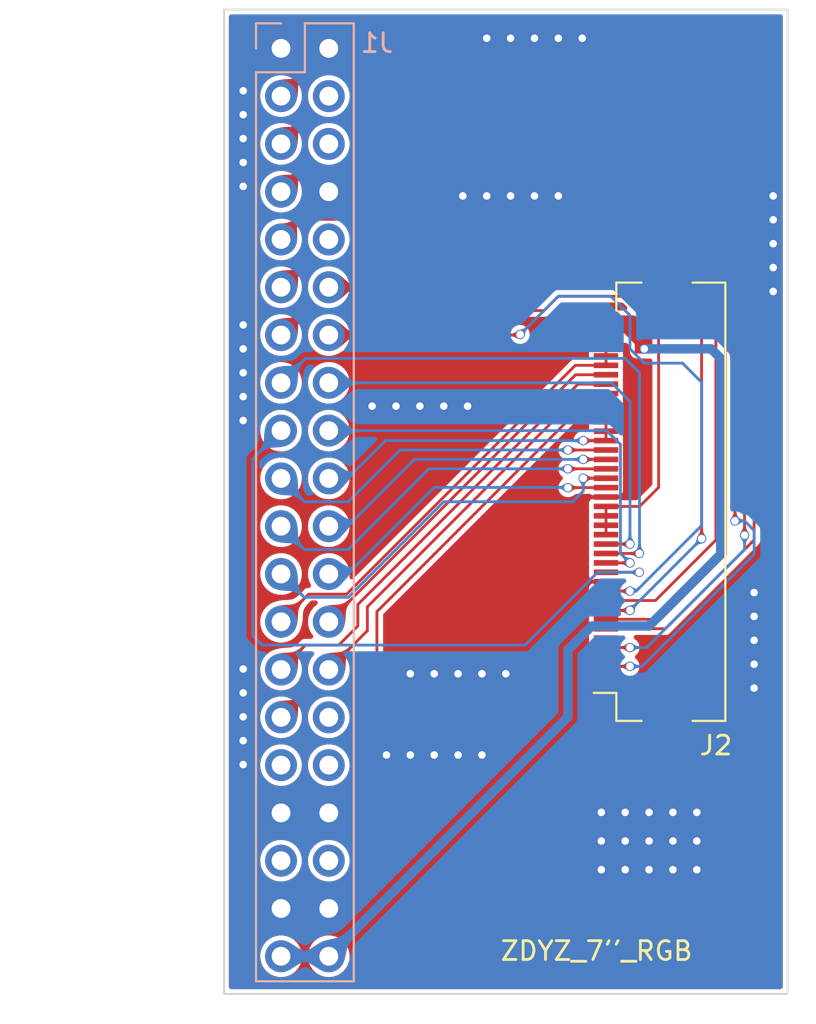
<source format=kicad_pcb>
(kicad_pcb (version 20211014) (generator pcbnew)
  (layers (0 "F.Cu" signal) (31 "B.Cu" signal) (34 "B.Paste" user) (35 "F.Paste" user) (36 "B.SilkS" user "B.Silkscreen") (37 "F.SilkS" user "F.Silkscreen") (38 "B.Mask" user) (39 "F.Mask" user) (44 "Edge.Cuts" user))
  (net 0 "")
  (net 1 "/GND")
  (net 2 "/LCD_BL")
  (net 4 "/TP_SDA")
  (net 6 "/TP_SCL")
  (net 7 "/LCD_DE")
  (net 9 "/LCD_HSYNC")
  (net 10 "/LCD_VSYNC")
  (net 11 "/LCD_B3")
  (net 12 "/LCD_CLK")
  (net 13 "/LCD_B5")
  (net 14 "/LCD_B4")
  (net 15 "/LCD_B7")
  (net 16 "/LCD_B6")
  (net 17 "/LCD_G3")
  (net 18 "/LCD_G2")
  (net 19 "/LCD_G5")
  (net 20 "/LCD_G4")
  (net 21 "/LCD_G6")
  (net 22 "/LCD_G7")
  (net 23 "/LCD_R3")
  (net 24 "/LCD_R4")
  (net 25 "/LCD_R5")
  (net 26 "/LCD_R6")
  (net 27 "/LCD_R7")
  (net 33 "/VCC5V")
  (footprint "Connector_FFC-FPC:Hirose_FH12-40S-0.5SH_1x40-1MP_P0.50mm_Horizontal" (layer "F.Cu") (at 111.826 84.074 90)
    (fp_text reference "J2")
    (fp_text value "Conn_02x20_Counter_Clockwise")
  )
  (footprint "Connector_PinSocket_2.54mm:PinSocket_2x20_P2.54mm_Vertical" (layer "B.Cu") (at 92.69 59.974 180)
    (fp_text reference "J1")
    (fp_text value "ESP32-S3-LCD-EV-BOARD_SUB_LCD_RGB")
  )
  (gr_rect (start 89.662 57.912) (end 119.634 110.236) (layer "Edge.Cuts") (width 0.1) (fill none))
  (gr_text "ZDYZ_7''_RGB" (at 109.474 107.95) (layer "F.SilkS") (effects (font (size 1 1))))
  (segment (start 109.976 88.324) (end 108.272 88.324) (width 0.2) (layer "F.Cu") (net 1))
  (segment (start 109.976 79.324) (end 110.922 79.324) (width 0.2) (layer "F.Cu") (net 1))
  (segment (start 109.976 83.824) (end 108.97 83.824) (width 0.2) (layer "F.Cu") (net 1))
  (segment (start 109.976 79.324) (end 109.144 79.324) (width 0.2) (layer "F.Cu") (net 1))
  (segment (start 108.97 83.824) (end 108.966 83.82) (width 0.2) (layer "F.Cu") (net 1))
  (segment (start 109.976 83.824) (end 110.994 83.824) (width 0.2) (layer "F.Cu") (net 1))
  (via (at 90.678 79.756) (size 0.5) (drill 0.4) (layers "F.Cu" "B.Cu") (net 1))
  (via (at 118.872 67.818) (size 0.5) (drill 0.4) (layers "F.Cu" "B.Cu") (net 1))
  (via (at 113.538 100.584) (size 0.5) (drill 0.4) (layers "F.Cu" "B.Cu") (net 1))
  (via (at 100.838 93.218) (size 0.5) (drill 0.4) (layers "F.Cu" "B.Cu") (net 1))
  (via (at 90.678 75.946) (size 0.5) (drill 0.4) (layers "F.Cu" "B.Cu") (net 1))
  (via (at 103.378 93.218) (size 0.5) (drill 0.4) (layers "F.Cu" "B.Cu") (net 1))
  (via (at 107.442 67.818) (size 0.5) (drill 0.4) (layers "F.Cu" "B.Cu") (net 1))
  (via (at 113.538 102.108) (size 0.5) (drill 0.4) (layers "F.Cu" "B.Cu") (net 1))
  (via (at 90.678 77.216) (size 0.5) (drill 0.4) (layers "F.Cu" "B.Cu") (net 1))
  (via (at 103.378 97.536) (size 0.5) (drill 0.4) (layers "F.Cu" "B.Cu") (net 1))
  (via (at 114.808 103.632) (size 0.5) (drill 0.4) (layers "F.Cu" "B.Cu") (net 1))
  (via (at 90.678 67.31) (size 0.5) (drill 0.4) (layers "F.Cu" "B.Cu") (net 1))
  (via (at 100.076 78.994) (size 0.5) (drill 0.4) (layers "F.Cu" "B.Cu") (net 1))
  (via (at 102.362 67.818) (size 0.5) (drill 0.4) (layers "F.Cu" "B.Cu") (net 1))
  (via (at 98.298 97.536) (size 0.5) (drill 0.4) (layers "F.Cu" "B.Cu") (net 1))
  (via (at 106.172 59.436) (size 0.5) (drill 0.4) (layers "F.Cu" "B.Cu") (net 1))
  (via (at 90.678 96.774) (size 0.5) (drill 0.4) (layers "F.Cu" "B.Cu") (net 1))
  (via (at 90.678 92.964) (size 0.5) (drill 0.4) (layers "F.Cu" "B.Cu") (net 1))
  (via (at 118.872 69.088) (size 0.5) (drill 0.4) (layers "F.Cu" "B.Cu") (net 1))
  (via (at 90.678 74.676) (size 0.5) (drill 0.4) (layers "F.Cu" "B.Cu") (net 1))
  (via (at 108.712 59.436) (size 0.5) (drill 0.4) (layers "F.Cu" "B.Cu") (net 1))
  (via (at 118.872 71.628) (size 0.5) (drill 0.4) (layers "F.Cu" "B.Cu") (net 1))
  (via (at 100.838 97.536) (size 0.5) (drill 0.4) (layers "F.Cu" "B.Cu") (net 1))
  (via (at 90.678 95.504) (size 0.5) (drill 0.4) (layers "F.Cu" "B.Cu") (net 1))
  (via (at 98.806 78.994) (size 0.5) (drill 0.4) (layers "F.Cu" "B.Cu") (net 1))
  (via (at 106.172 67.818) (size 0.5) (drill 0.4) (layers "F.Cu" "B.Cu") (net 1))
  (via (at 117.856 88.9) (size 0.5) (drill 0.4) (layers "F.Cu" "B.Cu") (net 1))
  (via (at 112.268 103.632) (size 0.5) (drill 0.4) (layers "F.Cu" "B.Cu") (net 1))
  (via (at 103.632 59.436) (size 0.5) (drill 0.4) (layers "F.Cu" "B.Cu") (net 1))
  (via (at 104.902 59.436) (size 0.5) (drill 0.4) (layers "F.Cu" "B.Cu") (net 1))
  (via (at 102.616 78.994) (size 0.5) (drill 0.4) (layers "F.Cu" "B.Cu") (net 1))
  (via (at 110.998 100.584) (size 0.5) (drill 0.4) (layers "F.Cu" "B.Cu") (net 1))
  (via (at 112.268 100.584) (size 0.5) (drill 0.4) (layers "F.Cu" "B.Cu") (net 1))
  (via (at 90.678 98.044) (size 0.5) (drill 0.4) (layers "F.Cu" "B.Cu") (net 1))
  (via (at 117.856 90.17) (size 0.5) (drill 0.4) (layers "F.Cu" "B.Cu") (net 1))
  (via (at 118.872 70.358) (size 0.5) (drill 0.4) (layers "F.Cu" "B.Cu") (net 1))
  (via (at 118.872 72.898) (size 0.5) (drill 0.4) (layers "F.Cu" "B.Cu") (net 1))
  (via (at 117.856 91.44) (size 0.5) (drill 0.4) (layers "F.Cu" "B.Cu") (net 1))
  (via (at 112.268 102.108) (size 0.5) (drill 0.4) (layers "F.Cu" "B.Cu") (net 1))
  (via (at 90.678 94.234) (size 0.5) (drill 0.4) (layers "F.Cu" "B.Cu") (net 1))
  (via (at 99.568 93.218) (size 0.5) (drill 0.4) (layers "F.Cu" "B.Cu") (net 1))
  (via (at 90.678 63.5) (size 0.5) (drill 0.4) (layers "F.Cu" "B.Cu") (net 1))
  (via (at 117.856 92.71) (size 0.5) (drill 0.4) (layers "F.Cu" "B.Cu") (net 1))
  (via (at 90.678 66.04) (size 0.5) (drill 0.4) (layers "F.Cu" "B.Cu") (net 1))
  (via (at 114.808 102.108) (size 0.5) (drill 0.4) (layers "F.Cu" "B.Cu") (net 1))
  (via (at 104.648 93.218) (size 0.5) (drill 0.4) (layers "F.Cu" "B.Cu") (net 1))
  (via (at 97.536 78.994) (size 0.5) (drill 0.4) (layers "F.Cu" "B.Cu") (net 1))
  (via (at 102.108 93.218) (size 0.5) (drill 0.4) (layers "F.Cu" "B.Cu") (net 1))
  (via (at 90.678 64.77) (size 0.5) (drill 0.4) (layers "F.Cu" "B.Cu") (net 1))
  (via (at 107.442 59.436) (size 0.5) (drill 0.4) (layers "F.Cu" "B.Cu") (net 1))
  (via (at 110.998 103.632) (size 0.5) (drill 0.4) (layers "F.Cu" "B.Cu") (net 1))
  (via (at 109.728 100.584) (size 0.5) (drill 0.4) (layers "F.Cu" "B.Cu") (net 1))
  (via (at 104.902 67.818) (size 0.5) (drill 0.4) (layers "F.Cu" "B.Cu") (net 1))
  (via (at 90.678 62.23) (size 0.5) (drill 0.4) (layers "F.Cu" "B.Cu") (net 1))
  (via (at 117.856 93.98) (size 0.5) (drill 0.4) (layers "F.Cu" "B.Cu") (net 1))
  (via (at 103.632 67.818) (size 0.5) (drill 0.4) (layers "F.Cu" "B.Cu") (net 1))
  (via (at 110.998 102.108) (size 0.5) (drill 0.4) (layers "F.Cu" "B.Cu") (net 1))
  (via (at 109.728 103.632) (size 0.5) (drill 0.4) (layers "F.Cu" "B.Cu") (net 1))
  (via (at 109.728 102.108) (size 0.5) (drill 0.4) (layers "F.Cu" "B.Cu") (net 1))
  (via (at 113.538 103.632) (size 0.5) (drill 0.4) (layers "F.Cu" "B.Cu") (net 1))
  (via (at 99.568 97.536) (size 0.5) (drill 0.4) (layers "F.Cu" "B.Cu") (net 1))
  (via (at 101.346 78.994) (size 0.5) (drill 0.4) (layers "F.Cu" "B.Cu") (net 1))
  (via (at 90.678 78.486) (size 0.5) (drill 0.4) (layers "F.Cu" "B.Cu") (net 1))
  (via (at 114.808 100.584) (size 0.5) (drill 0.4) (layers "F.Cu" "B.Cu") (net 1))
  (via (at 102.108 97.536) (size 0.5) (drill 0.4) (layers "F.Cu" "B.Cu") (net 1))
  (segment (start 113.138 90.824) (end 109.976 90.824) (width 0.15) (layer "F.Cu") (net 2))
  (segment (start 113.03 61.214) (end 117.856 66.04) (width 0.15) (layer "F.Cu") (net 2))
  (segment (start 117.856 66.04) (end 117.856 86.106) (width 0.15) (layer "F.Cu") (net 2))
  (segment (start 117.856 86.106) (end 113.138 90.824) (width 0.15) (layer "F.Cu") (net 2))
  (segment (start 92.69 62.514) (end 93.99 61.214) (width 0.15) (layer "F.Cu") (net 2))
  (segment (start 93.99 61.214) (end 113.03 61.214) (width 0.15) (layer "F.Cu") (net 2))
  (segment (start 117.094 66.04) (end 117.348 66.294) (width 0.15) (layer "F.Cu") (net 4))
  (segment (start 93.765 63.979) (end 93.765 63.969) (width 0.15) (layer "F.Cu") (net 4))
  (segment (start 109.976 91.824) (end 111.252 91.824) (width 0.15) (layer "F.Cu") (net 4))
  (segment (start 117.348 66.294) (end 117.348 85.852) (width 0.15) (layer "F.Cu") (net 4))
  (segment (start 92.69 65.054) (end 93.765 63.979) (width 0.15) (layer "F.Cu") (net 4))
  (segment (start 93.98 63.754) (end 114.808 63.754) (width 0.15) (layer "F.Cu") (net 4))
  (segment (start 93.765 63.969) (end 93.98 63.754) (width 0.15) (layer "F.Cu") (net 4))
  (segment (start 114.808 63.754) (end 117.094 66.04) (width 0.15) (layer "F.Cu") (net 4))
  (via (at 111.252 91.824) (size 0.5) (drill 0.4) (layers "F.Cu" "B.Cu") (net 4))
  (via (at 117.348 85.852) (size 0.5) (drill 0.4) (layers "F.Cu" "B.Cu") (net 4))
  (segment (start 117.348 86.614) (end 112.138 91.824) (width 0.15) (layer "B.Cu") (net 4))
  (segment (start 117.348 85.852) (end 117.348 86.614) (width 0.15) (layer "B.Cu") (net 4))
  (segment (start 112.138 91.824) (end 111.252 91.824) (width 0.15) (layer "B.Cu") (net 4))
  (segment (start 93.99 66.294) (end 95.504 66.294) (width 0.15) (layer "F.Cu") (net 6))
  (segment (start 95.504 66.294) (end 115.316 66.294) (width 0.15) (layer "F.Cu") (net 6))
  (segment (start 109.976 92.824) (end 111.252 92.824) (width 0.15) (layer "F.Cu") (net 6))
  (segment (start 116.84 67.818) (end 116.84 85.09) (width 0.15) (layer "F.Cu") (net 6))
  (segment (start 115.316 66.294) (end 116.84 67.818) (width 0.15) (layer "F.Cu") (net 6))
  (segment (start 92.69 67.594) (end 93.99 66.294) (width 0.15) (layer "F.Cu") (net 6))
  (via (at 111.252 92.824) (size 0.5) (drill 0.4) (layers "F.Cu" "B.Cu") (net 6))
  (via (at 116.84 85.09) (size 0.5) (drill 0.4) (layers "F.Cu" "B.Cu") (net 6))
  (segment (start 116.84 85.09) (end 117.348 85.09) (width 0.15) (layer "B.Cu") (net 6))
  (segment (start 117.348 85.09) (end 117.856 85.598) (width 0.15) (layer "B.Cu") (net 6))
  (segment (start 117.856 85.598) (end 117.856 86.868) (width 0.15) (layer "B.Cu") (net 6))
  (segment (start 111.9 92.824) (end 111.252 92.824) (width 0.15) (layer "B.Cu") (net 6))
  (segment (start 117.856 86.868) (end 111.9 92.824) (width 0.15) (layer "B.Cu") (net 6))
  (segment (start 114.779 69.059) (end 116.332 70.612) (width 0.15) (layer "F.Cu") (net 7))
  (segment (start 92.69 70.134) (end 93.765 69.059) (width 0.15) (layer "F.Cu") (net 7))
  (segment (start 93.765 69.059) (end 114.779 69.059) (width 0.15) (layer "F.Cu") (net 7))
  (segment (start 116.332 86.868) (end 112.876 90.324) (width 0.15) (layer "F.Cu") (net 7))
  (segment (start 116.332 70.612) (end 116.332 86.868) (width 0.15) (layer "F.Cu") (net 7))
  (segment (start 112.876 90.324) (end 109.976 90.324) (width 0.15) (layer "F.Cu") (net 7))
  (segment (start 93.765 71.599) (end 93.765 71.589) (width 0.15) (layer "F.Cu") (net 9))
  (segment (start 93.98 71.374) (end 104.14 71.374) (width 0.15) (layer "F.Cu") (net 9))
  (segment (start 92.69 72.674) (end 93.765 71.599) (width 0.15) (layer "F.Cu") (net 9))
  (segment (start 104.14 71.374) (end 105.156 70.358) (width 0.15) (layer "F.Cu") (net 9))
  (segment (start 105.156 70.358) (end 114.808 70.358) (width 0.15) (layer "F.Cu") (net 9))
  (segment (start 115.824 86.106) (end 112.606 89.324) (width 0.15) (layer "F.Cu") (net 9))
  (segment (start 114.808 70.358) (end 115.824 71.374) (width 0.15) (layer "F.Cu") (net 9))
  (segment (start 112.606 89.324) (end 109.976 89.324) (width 0.15) (layer "F.Cu") (net 9))
  (segment (start 93.765 71.589) (end 93.98 71.374) (width 0.15) (layer "F.Cu") (net 9))
  (segment (start 115.824 71.374) (end 115.824 86.106) (width 0.15) (layer "F.Cu") (net 9))
  (segment (start 111.252 89.8495) (end 110.0015 89.8495) (width 0.15) (layer "F.Cu") (net 10))
  (segment (start 110.0015 89.8495) (end 109.976 89.824) (width 0.15) (layer "F.Cu") (net 10))
  (segment (start 105.41 70.866) (end 103.602 72.674) (width 0.15) (layer "F.Cu") (net 10))
  (segment (start 115.062 86.0395) (end 115.062 71.374) (width 0.15) (layer "F.Cu") (net 10))
  (segment (start 115.062 71.374) (end 114.554 70.866) (width 0.15) (layer "F.Cu") (net 10))
  (segment (start 103.602 72.674) (end 95.23 72.674) (width 0.15) (layer "F.Cu") (net 10))
  (segment (start 114.554 70.866) (end 105.41 70.866) (width 0.15) (layer "F.Cu") (net 10))
  (via (at 115.062 86.0395) (size 0.5) (drill 0.4) (layers "F.Cu" "B.Cu") (net 10))
  (via (at 111.252 89.8495) (size 0.5) (drill 0.4) (layers "F.Cu" "B.Cu") (net 10))
  (segment (start 115.062 86.0395) (end 111.252 89.8495) (width 0.15) (layer "B.Cu") (net 10))
  (segment (start 112.776 83.312) (end 111.764 84.324) (width 0.15) (layer "F.Cu") (net 11))
  (segment (start 112.776 74.93) (end 112.776 83.312) (width 0.15) (layer "F.Cu") (net 11))
  (segment (start 93.765 74.139) (end 93.765 74.129) (width 0.15) (layer "F.Cu") (net 11))
  (segment (start 93.98 73.914) (end 106.68 73.914) (width 0.15) (layer "F.Cu") (net 11))
  (segment (start 93.765 74.129) (end 93.98 73.914) (width 0.15) (layer "F.Cu") (net 11))
  (segment (start 110.998 73.152) (end 112.776 74.93) (width 0.15) (layer "F.Cu") (net 11))
  (segment (start 109.976 84.324) (end 109.976 85.824) (width 0.15) (layer "F.Cu") (net 11))
  (segment (start 106.68 73.914) (end 107.442 73.152) (width 0.15) (layer "F.Cu") (net 11))
  (segment (start 107.442 73.152) (end 110.998 73.152) (width 0.15) (layer "F.Cu") (net 11))
  (segment (start 92.69 75.214) (end 93.765 74.139) (width 0.15) (layer "F.Cu") (net 11))
  (segment (start 111.764 84.324) (end 109.976 84.324) (width 0.15) (layer "F.Cu") (net 11))
  (segment (start 105.38 75.214) (end 105.41 75.184) (width 0.15) (layer "F.Cu") (net 12))
  (segment (start 95.23 75.214) (end 105.38 75.214) (width 0.15) (layer "F.Cu") (net 12))
  (segment (start 111.252 88.824) (end 109.976 88.824) (width 0.15) (layer "F.Cu") (net 12))
  (via (at 105.41 75.184) (size 0.5) (drill 0.4) (layers "F.Cu" "B.Cu") (net 12))
  (via (at 111.252 88.824) (size 0.5) (drill 0.4) (layers "F.Cu" "B.Cu") (net 12))
  (segment (start 111.252 74.168) (end 111.252 75.946) (width 0.15) (layer "B.Cu") (net 12))
  (segment (start 115.062 77.724) (end 115.062 85.344) (width 0.15) (layer "B.Cu") (net 12))
  (segment (start 107.442 73.152) (end 110.236 73.152) (width 0.15) (layer "B.Cu") (net 12))
  (segment (start 111.582 88.824) (end 111.252 88.824) (width 0.15) (layer "B.Cu") (net 12))
  (segment (start 105.41 75.184) (end 107.442 73.152) (width 0.15) (layer "B.Cu") (net 12))
  (segment (start 115.062 85.344) (end 111.582 88.824) (width 0.15) (layer "B.Cu") (net 12))
  (segment (start 114.046 76.708) (end 115.062 77.724) (width 0.15) (layer "B.Cu") (net 12))
  (segment (start 112.014 76.708) (end 114.046 76.708) (width 0.15) (layer "B.Cu") (net 12))
  (segment (start 111.252 75.946) (end 112.014 76.708) (width 0.15) (layer "B.Cu") (net 12))
  (segment (start 110.236 73.152) (end 111.252 74.168) (width 0.15) (layer "B.Cu") (net 12))
  (segment (start 109.976 86.824) (end 111.752 86.824) (width 0.15) (layer "F.Cu") (net 13))
  (via (at 111.752 86.824) (size 0.5) (drill 0.4) (layers "F.Cu" "B.Cu") (net 13))
  (segment (start 93.99 76.454) (end 110.998 76.454) (width 0.15) (layer "B.Cu") (net 13))
  (segment (start 110.998 76.454) (end 111.76 77.216) (width 0.15) (layer "B.Cu") (net 13))
  (segment (start 111.76 77.216) (end 111.76 86.816) (width 0.15) (layer "B.Cu") (net 13))
  (segment (start 111.76 86.816) (end 111.752 86.824) (width 0.15) (layer "B.Cu") (net 13))
  (segment (start 92.69 77.754) (end 93.99 76.454) (width 0.15) (layer "B.Cu") (net 13))
  (segment (start 109.976 86.324) (end 111.252 86.324) (width 0.15) (layer "F.Cu") (net 14))
  (via (at 111.252 86.324) (size 0.5) (drill 0.4) (layers "F.Cu" "B.Cu") (net 14))
  (segment (start 111.252 78.74) (end 110.266 77.754) (width 0.15) (layer "B.Cu") (net 14))
  (segment (start 110.266 77.754) (end 95.23 77.754) (width 0.15) (layer "B.Cu") (net 14))
  (segment (start 111.252 86.324) (end 111.252 78.74) (width 0.15) (layer "B.Cu") (net 14))
  (segment (start 109.976 87.824) (end 111.752 87.824) (width 0.15) (layer "F.Cu") (net 15))
  (via (at 111.752 87.824) (size 0.5) (drill 0.4) (layers "F.Cu" "B.Cu") (net 15))
  (segment (start 105.664 91.694) (end 109.534 87.824) (width 0.15) (layer "B.Cu") (net 15))
  (segment (start 91.186 91.186) (end 91.694 91.694) (width 0.15) (layer "B.Cu") (net 15))
  (segment (start 109.534 87.824) (end 111.752 87.824) (width 0.15) (layer "B.Cu") (net 15))
  (segment (start 91.694 91.694) (end 105.664 91.694) (width 0.15) (layer "B.Cu") (net 15))
  (segment (start 92.69 80.294) (end 91.186 81.798) (width 0.15) (layer "B.Cu") (net 15))
  (segment (start 91.186 81.798) (end 91.186 91.186) (width 0.15) (layer "B.Cu") (net 15))
  (segment (start 109.976 87.324) (end 111.252 87.324) (width 0.15) (layer "F.Cu") (net 16))
  (via (at 111.252 87.324) (size 0.5) (drill 0.4) (layers "F.Cu" "B.Cu") (net 16))
  (segment (start 110.744 81.026) (end 110.744 86.816) (width 0.15) (layer "B.Cu") (net 16))
  (segment (start 95.23 80.294) (end 110.012 80.294) (width 0.15) (layer "B.Cu") (net 16))
  (segment (start 110.744 86.816) (end 111.252 87.324) (width 0.15) (layer "B.Cu") (net 16))
  (segment (start 110.012 80.294) (end 110.744 81.026) (width 0.15) (layer "B.Cu") (net 16))
  (segment (start 107.95 81.324) (end 109.976 81.324) (width 0.15) (layer "F.Cu") (net 17))
  (via (at 107.95 81.324) (size 0.5) (drill 0.4) (layers "F.Cu" "B.Cu") (net 17))
  (segment (start 92.69 82.834) (end 93.93 84.074) (width 0.15) (layer "B.Cu") (net 17))
  (segment (start 96.266 84.074) (end 99.016 81.324) (width 0.15) (layer "B.Cu") (net 17))
  (segment (start 93.93 84.074) (end 96.266 84.074) (width 0.15) (layer "B.Cu") (net 17))
  (segment (start 99.016 81.324) (end 107.95 81.324) (width 0.15) (layer "B.Cu") (net 17))
  (segment (start 109.976 80.824) (end 108.764 80.824) (width 0.15) (layer "F.Cu") (net 18))
  (segment (start 109.976 79.824) (end 109.976 80.824) (width 0.15) (layer "F.Cu") (net 18))
  (via (at 108.764 80.824) (size 0.5) (drill 0.4) (layers "F.Cu" "B.Cu") (net 18))
  (segment (start 96.236 82.834) (end 95.23 82.834) (width 0.15) (layer "B.Cu") (net 18))
  (segment (start 108.764 80.824) (end 98.246 80.824) (width 0.15) (layer "B.Cu") (net 18))
  (segment (start 98.246 80.824) (end 96.236 82.834) (width 0.15) (layer "B.Cu") (net 18))
  (segment (start 107.95 82.324) (end 109.976 82.324) (width 0.15) (layer "F.Cu") (net 19))
  (via (at 107.95 82.324) (size 0.5) (drill 0.4) (layers "F.Cu" "B.Cu") (net 19))
  (segment (start 100.556 82.324) (end 107.95 82.324) (width 0.15) (layer "B.Cu") (net 19))
  (segment (start 92.69 85.374) (end 93.93 86.614) (width 0.15) (layer "B.Cu") (net 19))
  (segment (start 93.93 86.614) (end 96.266 86.614) (width 0.15) (layer "B.Cu") (net 19))
  (segment (start 96.266 86.614) (end 100.556 82.324) (width 0.15) (layer "B.Cu") (net 19))
  (segment (start 108.764 81.824) (end 109.976 81.824) (width 0.15) (layer "F.Cu") (net 20))
  (via (at 108.764 81.824) (size 0.5) (drill 0.4) (layers "F.Cu" "B.Cu") (net 20))
  (segment (start 99.786 81.824) (end 108.764 81.824) (width 0.15) (layer "B.Cu") (net 20))
  (segment (start 96.236 85.374) (end 99.786 81.824) (width 0.15) (layer "B.Cu") (net 20))
  (segment (start 95.23 85.374) (end 96.236 85.374) (width 0.15) (layer "B.Cu") (net 20))
  (segment (start 108.764 82.824) (end 109.976 82.824) (width 0.15) (layer "F.Cu") (net 21))
  (via (at 108.764 82.824) (size 0.5) (drill 0.4) (layers "F.Cu" "B.Cu") (net 21))
  (segment (start 101.346 84.074) (end 108.204 84.074) (width 0.15) (layer "B.Cu") (net 21))
  (segment (start 93.93 89.154) (end 96.266 89.154) (width 0.15) (layer "B.Cu") (net 21))
  (segment (start 92.69 87.914) (end 93.93 89.154) (width 0.15) (layer "B.Cu") (net 21))
  (segment (start 108.764 83.514) (end 108.764 82.824) (width 0.15) (layer "B.Cu") (net 21))
  (segment (start 108.204 84.074) (end 108.764 83.514) (width 0.15) (layer "B.Cu") (net 21))
  (segment (start 96.266 89.154) (end 101.346 84.074) (width 0.15) (layer "B.Cu") (net 21))
  (segment (start 107.95 83.324) (end 109.976 83.324) (width 0.15) (layer "F.Cu") (net 22))
  (via (at 107.95 83.324) (size 0.5) (drill 0.4) (layers "F.Cu" "B.Cu") (net 22))
  (segment (start 95.23 87.914) (end 96.236 87.914) (width 0.15) (layer "B.Cu") (net 22))
  (segment (start 96.236 87.914) (end 100.838 83.312) (width 0.15) (layer "B.Cu") (net 22))
  (segment (start 100.838 83.312) (end 107.938 83.312) (width 0.15) (layer "B.Cu") (net 22))
  (segment (start 107.938 83.312) (end 107.95 83.324) (width 0.15) (layer "B.Cu") (net 22))
  (segment (start 96.177 88.989) (end 108.342 76.824) (width 0.15) (layer "F.Cu") (net 23))
  (segment (start 109.976 76.824) (end 109.976 75.324) (width 0.15) (layer "F.Cu") (net 23))
  (segment (start 94.155 88.989) (end 96.177 88.989) (width 0.15) (layer "F.Cu") (net 23))
  (segment (start 108.342 76.824) (end 109.976 76.824) (width 0.15) (layer "F.Cu") (net 23))
  (segment (start 92.69 90.454) (end 94.155 88.989) (width 0.15) (layer "F.Cu") (net 23))
  (segment (start 108.36 77.324) (end 109.976 77.324) (width 0.15) (layer "F.Cu") (net 24))
  (segment (start 95.23 90.454) (end 108.36 77.324) (width 0.15) (layer "F.Cu") (net 24))
  (segment (start 93.98 91.694) (end 93.98 91.704) (width 0.15) (layer "F.Cu") (net 25))
  (segment (start 108.485 77.824) (end 96.774 89.535) (width 0.15) (layer "F.Cu") (net 25))
  (segment (start 96.774 89.535) (end 96.774 90.678) (width 0.15) (layer "F.Cu") (net 25))
  (segment (start 95.758 91.694) (end 93.98 91.694) (width 0.15) (layer "F.Cu") (net 25))
  (segment (start 93.98 91.704) (end 92.69 92.994) (width 0.15) (layer "F.Cu") (net 25))
  (segment (start 109.976 77.824) (end 108.485 77.824) (width 0.15) (layer "F.Cu") (net 25))
  (segment (start 96.774 90.678) (end 95.758 91.694) (width 0.15) (layer "F.Cu") (net 25))
  (segment (start 97.282 90.932) (end 95.23 92.984) (width 0.15) (layer "F.Cu") (net 26))
  (segment (start 95.23 92.984) (end 95.23 92.994) (width 0.15) (layer "F.Cu") (net 26))
  (segment (start 108.62 78.324) (end 97.282 89.662) (width 0.15) (layer "F.Cu") (net 26))
  (segment (start 97.282 89.662) (end 97.282 90.932) (width 0.15) (layer "F.Cu") (net 26))
  (segment (start 109.976 78.324) (end 108.62 78.324) (width 0.15) (layer "F.Cu") (net 26))
  (segment (start 97.79 92.456) (end 96.012 94.234) (width 0.15) (layer "F.Cu") (net 27))
  (segment (start 93.99 94.234) (end 92.69 95.534) (width 0.15) (layer "F.Cu") (net 27))
  (segment (start 96.012 94.234) (end 93.99 94.234) (width 0.15) (layer "F.Cu") (net 27))
  (segment (start 108.882 78.824) (end 97.79 89.916) (width 0.15) (layer "F.Cu") (net 27))
  (segment (start 109.976 78.824) (end 108.882 78.824) (width 0.15) (layer "F.Cu") (net 27))
  (segment (start 97.79 89.916) (end 97.79 92.456) (width 0.15) (layer "F.Cu") (net 27))
  (via (at 112.014 75.946) (size 0.5) (drill 0.4) (layers "F.Cu" "B.Cu") (net 33))
  (segment (start 109.22 90.678) (end 107.95 91.948) (width 0.5) (layer "B.Cu") (net 33))
  (segment (start 116.078 86.868) (end 112.268 90.678) (width 0.5) (layer "B.Cu") (net 33))
  (segment (start 107.95 95.514) (end 95.23 108.234) (width 0.5) (layer "B.Cu") (net 33))
  (segment (start 112.268 90.678) (end 109.22 90.678) (width 0.5) (layer "B.Cu") (net 33))
  (segment (start 112.014 75.946) (end 115.57 75.946) (width 0.5) (layer "B.Cu") (net 33))
  (segment (start 107.95 91.948) (end 107.95 95.514) (width 0.5) (layer "B.Cu") (net 33))
  (segment (start 116.078 76.454) (end 116.078 86.868) (width 0.5) (layer "B.Cu") (net 33))
  (segment (start 92.69 108.234) (end 95.23 108.234) (width 0.5) (layer "B.Cu") (net 33))
  (segment (start 115.57 75.946) (end 116.078 76.454) (width 0.5) (layer "B.Cu") (net 33))
  (zone (net 17) (net_name "/LCD_G3") (layer "F.Cu") (priority 16962) (connect_pads yes (clearance 0)) (min_thickness 0.0254) (fill yes (thermal_gap 0.508) (thermal_bridge_width 0.508))
    (polygon (pts (xy 108.44 81.249) (xy 108.383842 81.246865) (xy 108.336913 81.240743) (xy 108.297257 81.231057) (xy 108.262916 81.218231) (xy 108.231936 81.202686) (xy 108.20236 81.184846) (xy 108.172231 81.165134) (xy 108.139594 81.143974) (xy 108.102493 81.121788) (xy 108.058972 81.099) (xy 107.825 81.324) (xy 108.058972 81.549) (xy 108.102493 81.526211) (xy 108.139594 81.504025) (xy 108.172231 81.482865) (xy 108.20236 81.463153) (xy 108.231936 81.445313) (xy 108.262916 81.429768) (xy 108.297257 81.416942) (xy 108.336913 81.407256) (xy 108.383842 81.401134) (xy 108.44 81.399)))
  )
  (zone (net 27) (net_name "/LCD_R7") (layer "F.Cu") (priority 16962) (connect_pads yes (clearance 0)) (min_thickness 0.0254) (fill yes (thermal_gap 0.508) (thermal_bridge_width 0.508))
    (polygon (pts (xy 93.831976 94.285958) (xy 93.681169 94.420474) (xy 93.542154 94.513522) (xy 93.411234 94.573152) (xy 93.284714 94.607414) (xy 93.158898 94.624359) (xy 93.030092 94.632037) (xy 92.8946 94.638497) (xy 92.748726 94.65179) (xy 92.588774 94.679966) (xy 92.411051 94.731076) (xy 92.38948 95.83452) (xy 93.492924 95.812949) (xy 93.544033 95.635225) (xy 93.572209 95.475273) (xy 93.585502 95.329399) (xy 93.591962 95.193907) (xy 93.59964 95.065101) (xy 93.616585 94.939285) (xy 93.650847 94.812765) (xy 93.710477 94.681845) (xy 93.803525 94.54283) (xy 93.938042 94.392024)))
  )
  (zone (net 19) (net_name "/LCD_G5") (layer "F.Cu") (priority 16962) (connect_pads yes (clearance 0)) (min_thickness 0.0254) (fill yes (thermal_gap 0.508) (thermal_bridge_width 0.508))
    (polygon (pts (xy 108.44 82.249) (xy 108.383842 82.246865) (xy 108.336913 82.240743) (xy 108.297257 82.231057) (xy 108.262916 82.218231) (xy 108.231936 82.202686) (xy 108.20236 82.184846) (xy 108.172231 82.165134) (xy 108.139594 82.143974) (xy 108.102493 82.121788) (xy 108.058972 82.099) (xy 107.825 82.324) (xy 108.058972 82.549) (xy 108.102493 82.526211) (xy 108.139594 82.504025) (xy 108.172231 82.482865) (xy 108.20236 82.463153) (xy 108.231936 82.445313) (xy 108.262916 82.429768) (xy 108.297257 82.416942) (xy 108.336913 82.407256) (xy 108.383842 82.401134) (xy 108.44 82.399)))
  )
  (zone (net 1) (net_name "/GND") (layer "F.Cu") (connect_pads yes (clearance 0.254)) (min_thickness 0.254) (fill yes (thermal_gap 0.508) (thermal_bridge_width 0.508))
    (polygon (pts (xy 121.158 110.998) (xy 86.614 110.998) (xy 86.614 57.404) (xy 121.158 57.404)))
  )
  (zone (net 18) (net_name "/LCD_G2") (layer "F.Cu") (priority 16962) (connect_pads yes (clearance 0)) (min_thickness 0.0254) (fill yes (thermal_gap 0.508) (thermal_bridge_width 0.508))
    (polygon (pts (xy 109.254 80.749) (xy 109.197842 80.746865) (xy 109.150913 80.740743) (xy 109.111257 80.731057) (xy 109.076916 80.718231) (xy 109.045936 80.702686) (xy 109.01636 80.684846) (xy 108.986231 80.665134) (xy 108.953594 80.643974) (xy 108.916493 80.621788) (xy 108.872972 80.599) (xy 108.639 80.824) (xy 108.872972 81.049) (xy 108.916493 81.026211) (xy 108.953594 81.004025) (xy 108.986231 80.982865) (xy 109.01636 80.963153) (xy 109.045936 80.945313) (xy 109.076916 80.929768) (xy 109.111257 80.916942) (xy 109.150913 80.907256) (xy 109.197842 80.901134) (xy 109.254 80.899)))
  )
  (zone (net 24) (net_name "/LCD_R4") (layer "F.Cu") (priority 16962) (connect_pads yes (clearance 0)) (min_thickness 0.0254) (fill yes (thermal_gap 0.508) (thermal_bridge_width 0.508))
    (polygon (pts (xy 96.371976 89.205958) (xy 96.221169 89.340474) (xy 96.082154 89.433522) (xy 95.951234 89.493152) (xy 95.824714 89.527414) (xy 95.698898 89.544359) (xy 95.570092 89.552037) (xy 95.4346 89.558497) (xy 95.288726 89.57179) (xy 95.128774 89.599966) (xy 94.951051 89.651076) (xy 94.92948 90.75452) (xy 96.032924 90.732949) (xy 96.084033 90.555225) (xy 96.112209 90.395273) (xy 96.125502 90.249399) (xy 96.131962 90.113907) (xy 96.13964 89.985101) (xy 96.156585 89.859285) (xy 96.190847 89.732765) (xy 96.250477 89.601845) (xy 96.343525 89.46283) (xy 96.478042 89.312024)))
  )
  (zone (net 4) (net_name "/TP_SDA") (layer "F.Cu") (priority 16962) (connect_pads yes (clearance 0)) (min_thickness 0.0254) (fill yes (thermal_gap 0.508) (thermal_bridge_width 0.508))
    (polygon (pts (xy 117.273 85.362) (xy 117.270865 85.418157) (xy 117.264743 85.465086) (xy 117.255057 85.504742) (xy 117.242231 85.539083) (xy 117.226686 85.570063) (xy 117.208846 85.599639) (xy 117.189134 85.629768) (xy 117.167974 85.662405) (xy 117.145788 85.699506) (xy 117.123 85.743028) (xy 117.348 85.977) (xy 117.573 85.743028) (xy 117.550211 85.699506) (xy 117.528025 85.662405) (xy 117.506865 85.629768) (xy 117.487153 85.599639) (xy 117.469313 85.570063) (xy 117.453768 85.539083) (xy 117.440942 85.504742) (xy 117.431256 85.465086) (xy 117.425134 85.418157) (xy 117.423 85.362)))
  )
  (zone (net 26) (net_name "/LCD_R6") (layer "F.Cu") (priority 16962) (connect_pads yes (clearance 0)) (min_thickness 0.0254) (fill yes (thermal_gap 0.508) (thermal_bridge_width 0.508))
    (polygon (pts (xy 96.371976 91.735958) (xy 96.220178 91.871507) (xy 96.080315 91.965534) (xy 95.948665 92.026126) (xy 95.821505 92.06137) (xy 95.695112 92.079354) (xy 95.565764 92.088166) (xy 95.429737 92.095892) (xy 95.283309 92.11062) (xy 95.122757 92.140438) (xy 94.944359 92.193433) (xy 94.931999 93.297018) (xy 96.035224 93.266237) (xy 96.085058 93.087757) (xy 96.112311 92.927217) (xy 96.124987 92.780894) (xy 96.131093 92.645065) (xy 96.138633 92.516009) (xy 96.155613 92.390003) (xy 96.190038 92.263324) (xy 96.249914 92.132249) (xy 96.343247 91.993056) (xy 96.478042 91.842024)))
  )
  (zone (net 7) (net_name "/LCD_DE") (layer "F.Cu") (priority 16962) (connect_pads yes (clearance 0)) (min_thickness 0.0254) (fill yes (thermal_gap 0.508) (thermal_bridge_width 0.508))
    (polygon (pts (xy 93.94472 68.984) (xy 93.768348 68.9924) (xy 93.621665 69.0152) (xy 93.497778 69.048799) (xy 93.389797 69.0896) (xy 93.29083 69.134) (xy 93.193985 69.1784) (xy 93.092371 69.2192) (xy 92.979096 69.2528) (xy 92.84727 69.2756) (xy 92.69 69.284) (xy 92.38948 70.43452) (xy 93.492924 70.412949) (xy 93.535415 70.238536) (xy 93.550896 70.060913) (xy 93.549719 69.885159) (xy 93.542238 69.716356) (xy 93.538805 69.559583) (xy 93.549774 69.419921) (xy 93.585497 69.302451) (xy 93.656326 69.212254) (xy 93.772616 69.15441) (xy 93.94472 69.134)))
  )
  (zone (net 12) (net_name "/LCD_CLK") (layer "F.Cu") (priority 16962) (connect_pads yes (clearance 0)) (min_thickness 0.0254) (fill yes (thermal_gap 0.508) (thermal_bridge_width 0.508))
    (polygon (pts (xy 110.762 88.899) (xy 110.818157 88.901134) (xy 110.865086 88.907256) (xy 110.904742 88.916942) (xy 110.939083 88.929768) (xy 110.970063 88.945313) (xy 110.999639 88.963153) (xy 111.029768 88.982865) (xy 111.062405 89.004025) (xy 111.099506 89.026211) (xy 111.143028 89.049) (xy 111.377 88.824) (xy 111.143028 88.599) (xy 111.099506 88.621788) (xy 111.062405 88.643974) (xy 111.029768 88.665134) (xy 110.999639 88.684846) (xy 110.970063 88.702686) (xy 110.939083 88.718231) (xy 110.904742 88.731057) (xy 110.865086 88.740743) (xy 110.818157 88.746865) (xy 110.762 88.749)))
  )
  (zone (net 16) (net_name "/LCD_B6") (layer "F.Cu") (priority 16962) (connect_pads yes (clearance 0)) (min_thickness 0.0254) (fill yes (thermal_gap 0.508) (thermal_bridge_width 0.508))
    (polygon (pts (xy 110.762 87.399) (xy 110.818157 87.401134) (xy 110.865086 87.407256) (xy 110.904742 87.416942) (xy 110.939083 87.429768) (xy 110.970063 87.445313) (xy 110.999639 87.463153) (xy 111.029768 87.482865) (xy 111.062405 87.504025) (xy 111.099506 87.526211) (xy 111.143028 87.549) (xy 111.377 87.324) (xy 111.143028 87.099) (xy 111.099506 87.121788) (xy 111.062405 87.143974) (xy 111.029768 87.165134) (xy 110.999639 87.184846) (xy 110.970063 87.202686) (xy 110.939083 87.218231) (xy 110.904742 87.231057) (xy 110.865086 87.240743) (xy 110.818157 87.246865) (xy 110.762 87.249)))
  )
  (zone (net 12) (net_name "/LCD_CLK") (layer "F.Cu") (priority 16962) (connect_pads yes (clearance 0)) (min_thickness 0.0254) (fill yes (thermal_gap 0.508) (thermal_bridge_width 0.508))
    (polygon (pts (xy 104.91 75.289) (xy 104.970228 75.291025) (xy 105.020706 75.296786) (xy 105.063561 75.305808) (xy 105.100916 75.317615) (xy 105.134899 75.331734) (xy 105.167634 75.347689) (xy 105.201248 75.365006) (xy 105.237864 75.38321) (xy 105.279611 75.401826) (xy 105.328612 75.42038) (xy 105.534109 75.169107) (xy 105.274997 74.973587) (xy 105.235062 75.000754) (xy 105.200766 75.026403) (xy 105.170281 75.050215) (xy 105.141779 75.071877) (xy 105.11343 75.091071) (xy 105.083407 75.107484) (xy 105.04988 75.120799) (xy 105.011023 75.1307) (xy 104.965005 75.136872) (xy 104.91 75.139)))
  )
  (zone (net 6) (net_name "/TP_SCL") (layer "F.Cu") (priority 16962) (connect_pads yes (clearance 0)) (min_thickness 0.0254) (fill yes (thermal_gap 0.508) (thermal_bridge_width 0.508))
    (polygon (pts (xy 93.831976 66.345958) (xy 93.681169 66.480474) (xy 93.542154 66.573522) (xy 93.411234 66.633152) (xy 93.284714 66.667414) (xy 93.158898 66.684359) (xy 93.030092 66.692037) (xy 92.8946 66.698497) (xy 92.748726 66.71179) (xy 92.588774 66.739966) (xy 92.411051 66.791076) (xy 92.38948 67.89452) (xy 93.492924 67.872949) (xy 93.544033 67.695225) (xy 93.572209 67.535273) (xy 93.585502 67.389399) (xy 93.591962 67.253907) (xy 93.59964 67.125101) (xy 93.616585 66.999285) (xy 93.650847 66.872765) (xy 93.710477 66.741845) (xy 93.803525 66.60283) (xy 93.938042 66.452024)))
  )
  (zone (net 9) (net_name "/LCD_HSYNC") (layer "F.Cu") (priority 16962) (connect_pads yes (clearance 0)) (min_thickness 0.0254) (fill yes (thermal_gap 0.508) (thermal_bridge_width 0.508))
    (polygon (pts (xy 93.831977 71.415957) (xy 93.680945 71.551) (xy 93.541866 71.644929) (xy 93.411004 71.705699) (xy 93.284619 71.741268) (xy 93.158975 71.759594) (xy 93.030334 71.768633) (xy 92.894958 71.776344) (xy 92.749111 71.790683) (xy 92.589054 71.819608) (xy 92.411051 71.871076) (xy 92.38948 72.97452) (xy 93.492924 72.952949) (xy 93.544281 72.77406) (xy 93.572421 72.613016) (xy 93.585479 72.466107) (xy 93.591593 72.329624) (xy 93.598897 72.19986) (xy 93.615529 72.073107) (xy 93.649623 71.945654) (xy 93.709316 71.813795) (xy 93.802744 71.673821) (xy 93.938043 71.522023)))
  )
  (zone (net 12) (net_name "/LCD_CLK") (layer "F.Cu") (priority 16962) (connect_pads yes (clearance 0)) (min_thickness 0.0254) (fill yes (thermal_gap 0.508) (thermal_bridge_width 0.508))
    (polygon (pts (xy 96.92 75.139) (xy 96.718246 75.127481) (xy 96.554152 75.094977) (xy 96.419412 75.044567) (xy 96.305722 74.979331) (xy 96.204775 74.902348) (xy 96.108266 74.816697) (xy 96.00789 74.725458) (xy 95.895342 74.631709) (xy 95.762315 74.538529) (xy 95.600506 74.449) (xy 94.805 75.214) (xy 95.600506 75.979) (xy 95.762315 75.88947) (xy 95.895342 75.79629) (xy 96.00789 75.702541) (xy 96.108266 75.611302) (xy 96.204775 75.525651) (xy 96.305722 75.448668) (xy 96.419412 75.383432) (xy 96.554152 75.333022) (xy 96.718246 75.300518) (xy 96.92 75.289)))
  )
  (zone (net 21) (net_name "/LCD_G6") (layer "F.Cu") (priority 16962) (connect_pads yes (clearance 0)) (min_thickness 0.0254) (fill yes (thermal_gap 0.508) (thermal_bridge_width 0.508))
    (polygon (pts (xy 109.254 82.749) (xy 109.197842 82.746865) (xy 109.150913 82.740743) (xy 109.111257 82.731057) (xy 109.076916 82.718231) (xy 109.045936 82.702686) (xy 109.01636 82.684846) (xy 108.986231 82.665134) (xy 108.953594 82.643974) (xy 108.916493 82.621788) (xy 108.872972 82.599) (xy 108.639 82.824) (xy 108.872972 83.049) (xy 108.916493 83.026211) (xy 108.953594 83.004025) (xy 108.986231 82.982865) (xy 109.01636 82.963153) (xy 109.045936 82.945313) (xy 109.076916 82.929768) (xy 109.111257 82.916942) (xy 109.150913 82.907256) (xy 109.197842 82.901134) (xy 109.254 82.899)))
  )
  (zone (net 25) (net_name "/LCD_R5") (layer "F.Cu") (priority 16962) (connect_pads yes (clearance 0)) (min_thickness 0.0254) (fill yes (thermal_gap 0.508) (thermal_bridge_width 0.508))
    (polygon (pts (xy 93.831976 91.745958) (xy 93.681169 91.880474) (xy 93.542154 91.973522) (xy 93.411234 92.033152) (xy 93.284714 92.067414) (xy 93.158898 92.084359) (xy 93.030092 92.092037) (xy 92.8946 92.098497) (xy 92.748726 92.11179) (xy 92.588774 92.139966) (xy 92.411051 92.191076) (xy 92.38948 93.29452) (xy 93.492924 93.272949) (xy 93.544033 93.095225) (xy 93.572209 92.935273) (xy 93.585502 92.789399) (xy 93.591962 92.653907) (xy 93.59964 92.525101) (xy 93.616585 92.399285) (xy 93.650847 92.272765) (xy 93.710477 92.141845) (xy 93.803525 92.00283) (xy 93.938042 91.852024)))
  )
  (zone (net 6) (net_name "/TP_SCL") (layer "F.Cu") (priority 16962) (connect_pads yes (clearance 0)) (min_thickness 0.0254) (fill yes (thermal_gap 0.508) (thermal_bridge_width 0.508))
    (polygon (pts (xy 110.762 92.899) (xy 110.818157 92.901134) (xy 110.865086 92.907256) (xy 110.904742 92.916942) (xy 110.939083 92.929768) (xy 110.970063 92.945313) (xy 110.999639 92.963153) (xy 111.029768 92.982865) (xy 111.062405 93.004025) (xy 111.099506 93.026211) (xy 111.143028 93.049) (xy 111.377 92.824) (xy 111.143028 92.599) (xy 111.099506 92.621788) (xy 111.062405 92.643974) (xy 111.029768 92.665134) (xy 110.999639 92.684846) (xy 110.970063 92.702686) (xy 110.939083 92.718231) (xy 110.904742 92.731057) (xy 110.865086 92.740743) (xy 110.818157 92.746865) (xy 110.762 92.749)))
  )
  (zone (net 6) (net_name "/TP_SCL") (layer "F.Cu") (priority 16962) (connect_pads yes (clearance 0)) (min_thickness 0.0254) (fill yes (thermal_gap 0.508) (thermal_bridge_width 0.508))
    (polygon (pts (xy 116.765 84.6) (xy 116.762865 84.656157) (xy 116.756743 84.703086) (xy 116.747057 84.742742) (xy 116.734231 84.777083) (xy 116.718686 84.808063) (xy 116.700846 84.837639) (xy 116.681134 84.867768) (xy 116.659974 84.900405) (xy 116.637788 84.937506) (xy 116.615 84.981028) (xy 116.84 85.215) (xy 117.065 84.981028) (xy 117.042211 84.937506) (xy 117.020025 84.900405) (xy 116.998865 84.867768) (xy 116.979153 84.837639) (xy 116.961313 84.808063) (xy 116.945768 84.777083) (xy 116.932942 84.742742) (xy 116.923256 84.703086) (xy 116.917134 84.656157) (xy 116.915 84.6)))
  )
  (zone (net 4) (net_name "/TP_SDA") (layer "F.Cu") (priority 16962) (connect_pads yes (clearance 0)) (min_thickness 0.0254) (fill yes (thermal_gap 0.508) (thermal_bridge_width 0.508))
    (polygon (pts (xy 93.831977 63.795957) (xy 93.680945 63.931) (xy 93.541866 64.024929) (xy 93.411004 64.085699) (xy 93.284619 64.121268) (xy 93.158975 64.139594) (xy 93.030334 64.148633) (xy 92.894958 64.156344) (xy 92.749111 64.170683) (xy 92.589054 64.199608) (xy 92.411051 64.251076) (xy 92.38948 65.35452) (xy 93.492924 65.332949) (xy 93.544281 65.15406) (xy 93.572421 64.993016) (xy 93.585479 64.846107) (xy 93.591593 64.709624) (xy 93.598897 64.57986) (xy 93.615529 64.453107) (xy 93.649623 64.325654) (xy 93.709316 64.193795) (xy 93.802744 64.053821) (xy 93.938043 63.902023)))
  )
  (zone (net 11) (net_name "/LCD_B3") (layer "F.Cu") (priority 16962) (connect_pads yes (clearance 0)) (min_thickness 0.0254) (fill yes (thermal_gap 0.508) (thermal_bridge_width 0.508))
    (polygon (pts (xy 93.831977 73.955957) (xy 93.680945 74.091) (xy 93.541866 74.184929) (xy 93.411004 74.245699) (xy 93.284619 74.281268) (xy 93.158975 74.299594) (xy 93.030334 74.308633) (xy 92.894958 74.316344) (xy 92.749111 74.330683) (xy 92.589054 74.359608) (xy 92.411051 74.411076) (xy 92.38948 75.51452) (xy 93.492924 75.492949) (xy 93.544281 75.31406) (xy 93.572421 75.153016) (xy 93.585479 75.006107) (xy 93.591593 74.869624) (xy 93.598897 74.73986) (xy 93.615529 74.613107) (xy 93.649623 74.485654) (xy 93.709316 74.353795) (xy 93.802744 74.213821) (xy 93.938043 74.062023)))
  )
  (zone (net 33) (net_name "/VCC5V") (layer "F.Cu") (priority 1) (connect_pads yes (clearance 0.254)) (min_thickness 0.254) (fill yes (thermal_gap 0.508) (thermal_bridge_width 0.508))
    (polygon (pts (xy 112.522 75.184) (xy 112.522 76.2) (xy 111.506 76.2) (xy 111.506 75.692) (xy 110.744 74.93) (xy 109.22 74.93) (xy 109.22 74.168) (xy 111.506 74.168)))
  )
  (zone (net 23) (net_name "/LCD_R3") (layer "F.Cu") (priority 16962) (connect_pads yes (clearance 0)) (min_thickness 0.0254) (fill yes (thermal_gap 0.508) (thermal_bridge_width 0.508))
    (polygon (pts (xy 93.831976 89.205958) (xy 93.681169 89.340474) (xy 93.542154 89.433522) (xy 93.411234 89.493152) (xy 93.284714 89.527414) (xy 93.158898 89.544359) (xy 93.030092 89.552037) (xy 92.8946 89.558497) (xy 92.748726 89.57179) (xy 92.588774 89.599966) (xy 92.411051 89.651076) (xy 92.38948 90.75452) (xy 93.492924 90.732949) (xy 93.544033 90.555225) (xy 93.572209 90.395273) (xy 93.585502 90.249399) (xy 93.591962 90.113907) (xy 93.59964 89.985101) (xy 93.616585 89.859285) (xy 93.650847 89.732765) (xy 93.710477 89.601845) (xy 93.803525 89.46283) (xy 93.938042 89.312024)))
  )
  (zone (net 2) (net_name "/LCD_BL") (layer "F.Cu") (priority 16962) (connect_pads yes (clearance 0)) (min_thickness 0.0254) (fill yes (thermal_gap 0.508) (thermal_bridge_width 0.508))
    (polygon (pts (xy 93.831976 61.265958) (xy 93.681169 61.400474) (xy 93.542154 61.493522) (xy 93.411234 61.553152) (xy 93.284714 61.587414) (xy 93.158898 61.604359) (xy 93.030092 61.612037) (xy 92.8946 61.618497) (xy 92.748726 61.63179) (xy 92.588774 61.659966) (xy 92.411051 61.711076) (xy 92.38948 62.81452) (xy 93.492924 62.792949) (xy 93.544033 62.615225) (xy 93.572209 62.455273) (xy 93.585502 62.309399) (xy 93.591962 62.173907) (xy 93.59964 62.045101) (xy 93.616585 61.919285) (xy 93.650847 61.792765) (xy 93.710477 61.661845) (xy 93.803525 61.52283) (xy 93.938042 61.372024)))
  )
  (zone (net 14) (net_name "/LCD_B4") (layer "F.Cu") (priority 16962) (connect_pads yes (clearance 0)) (min_thickness 0.0254) (fill yes (thermal_gap 0.508) (thermal_bridge_width 0.508))
    (polygon (pts (xy 110.762 86.399) (xy 110.818157 86.401134) (xy 110.865086 86.407256) (xy 110.904742 86.416942) (xy 110.939083 86.429768) (xy 110.970063 86.445313) (xy 110.999639 86.463153) (xy 111.029768 86.482865) (xy 111.062405 86.504025) (xy 111.099506 86.526211) (xy 111.143028 86.549) (xy 111.377 86.324) (xy 111.143028 86.099) (xy 111.099506 86.121788) (xy 111.062405 86.143974) (xy 111.029768 86.165134) (xy 110.999639 86.184846) (xy 110.970063 86.202686) (xy 110.939083 86.218231) (xy 110.904742 86.231057) (xy 110.865086 86.240743) (xy 110.818157 86.246865) (xy 110.762 86.249)))
  )
  (zone (net 20) (net_name "/LCD_G4") (layer "F.Cu") (priority 16962) (connect_pads yes (clearance 0)) (min_thickness 0.0254) (fill yes (thermal_gap 0.508) (thermal_bridge_width 0.508))
    (polygon (pts (xy 109.254 81.749) (xy 109.197842 81.746865) (xy 109.150913 81.740743) (xy 109.111257 81.731057) (xy 109.076916 81.718231) (xy 109.045936 81.702686) (xy 109.01636 81.684846) (xy 108.986231 81.665134) (xy 108.953594 81.643974) (xy 108.916493 81.621788) (xy 108.872972 81.599) (xy 108.639 81.824) (xy 108.872972 82.049) (xy 108.916493 82.026211) (xy 108.953594 82.004025) (xy 108.986231 81.982865) (xy 109.01636 81.963153) (xy 109.045936 81.945313) (xy 109.076916 81.929768) (xy 109.111257 81.916942) (xy 109.150913 81.907256) (xy 109.197842 81.901134) (xy 109.254 81.899)))
  )
  (zone (net 10) (net_name "/LCD_VSYNC") (layer "F.Cu") (priority 16962) (connect_pads yes (clearance 0)) (min_thickness 0.0254) (fill yes (thermal_gap 0.508) (thermal_bridge_width 0.508))
    (polygon (pts (xy 110.762 89.9245) (xy 110.818157 89.926634) (xy 110.865086 89.932756) (xy 110.904742 89.942442) (xy 110.939083 89.955268) (xy 110.970063 89.970813) (xy 110.999639 89.988653) (xy 111.029768 90.008365) (xy 111.062405 90.029525) (xy 111.099506 90.051711) (xy 111.143028 90.0745) (xy 111.377 89.8495) (xy 111.143028 89.6245) (xy 111.099506 89.647288) (xy 111.062405 89.669474) (xy 111.029768 89.690634) (xy 110.999639 89.710346) (xy 110.970063 89.728186) (xy 110.939083 89.743731) (xy 110.904742 89.756557) (xy 110.865086 89.766243) (xy 110.818157 89.772365) (xy 110.762 89.7745)))
  )
  (zone (net 22) (net_name "/LCD_G7") (layer "F.Cu") (priority 16962) (connect_pads yes (clearance 0)) (min_thickness 0.0254) (fill yes (thermal_gap 0.508) (thermal_bridge_width 0.508))
    (polygon (pts (xy 108.44 83.249) (xy 108.383842 83.246865) (xy 108.336913 83.240743) (xy 108.297257 83.231057) (xy 108.262916 83.218231) (xy 108.231936 83.202686) (xy 108.20236 83.184846) (xy 108.172231 83.165134) (xy 108.139594 83.143974) (xy 108.102493 83.121788) (xy 108.058972 83.099) (xy 107.825 83.324) (xy 108.058972 83.549) (xy 108.102493 83.526211) (xy 108.139594 83.504025) (xy 108.172231 83.482865) (xy 108.20236 83.463153) (xy 108.231936 83.445313) (xy 108.262916 83.429768) (xy 108.297257 83.416942) (xy 108.336913 83.407256) (xy 108.383842 83.401134) (xy 108.44 83.399)))
  )
  (zone (net 4) (net_name "/TP_SDA") (layer "F.Cu") (priority 16962) (connect_pads yes (clearance 0)) (min_thickness 0.0254) (fill yes (thermal_gap 0.508) (thermal_bridge_width 0.508))
    (polygon (pts (xy 110.762 91.899) (xy 110.818157 91.901134) (xy 110.865086 91.907256) (xy 110.904742 91.916942) (xy 110.939083 91.929768) (xy 110.970063 91.945313) (xy 110.999639 91.963153) (xy 111.029768 91.982865) (xy 111.062405 92.004025) (xy 111.099506 92.026211) (xy 111.143028 92.049) (xy 111.377 91.824) (xy 111.143028 91.599) (xy 111.099506 91.621788) (xy 111.062405 91.643974) (xy 111.029768 91.665134) (xy 110.999639 91.684846) (xy 110.970063 91.702686) (xy 110.939083 91.718231) (xy 110.904742 91.731057) (xy 110.865086 91.740743) (xy 110.818157 91.746865) (xy 110.762 91.749)))
  )
  (zone (net 15) (net_name "/LCD_B7") (layer "F.Cu") (priority 16962) (connect_pads yes (clearance 0)) (min_thickness 0.0254) (fill yes (thermal_gap 0.508) (thermal_bridge_width 0.508))
    (polygon (pts (xy 111.262 87.899) (xy 111.318157 87.901134) (xy 111.365086 87.907256) (xy 111.404742 87.916942) (xy 111.439083 87.929768) (xy 111.470063 87.945313) (xy 111.499639 87.963153) (xy 111.529768 87.982865) (xy 111.562405 88.004025) (xy 111.599506 88.026211) (xy 111.643028 88.049) (xy 111.877 87.824) (xy 111.643028 87.599) (xy 111.599506 87.621788) (xy 111.562405 87.643974) (xy 111.529768 87.665134) (xy 111.499639 87.684846) (xy 111.470063 87.702686) (xy 111.439083 87.718231) (xy 111.404742 87.731057) (xy 111.365086 87.740743) (xy 111.318157 87.746865) (xy 111.262 87.749)))
  )
  (zone (net 10) (net_name "/LCD_VSYNC") (layer "F.Cu") (priority 16962) (connect_pads yes (clearance 0)) (min_thickness 0.0254) (fill yes (thermal_gap 0.508) (thermal_bridge_width 0.508))
    (polygon (pts (xy 96.92 72.599) (xy 96.718246 72.587481) (xy 96.554152 72.554977) (xy 96.419412 72.504567) (xy 96.305722 72.439331) (xy 96.204775 72.362348) (xy 96.108266 72.276697) (xy 96.00789 72.185458) (xy 95.895342 72.091709) (xy 95.762315 71.998529) (xy 95.600506 71.909) (xy 94.805 72.674) (xy 95.600506 73.439) (xy 95.762315 73.34947) (xy 95.895342 73.25629) (xy 96.00789 73.162541) (xy 96.108266 73.071302) (xy 96.204775 72.985651) (xy 96.305722 72.908668) (xy 96.419412 72.843432) (xy 96.554152 72.793022) (xy 96.718246 72.760518) (xy 96.92 72.749)))
  )
  (zone (net 10) (net_name "/LCD_VSYNC") (layer "F.Cu") (priority 16962) (connect_pads yes (clearance 0)) (min_thickness 0.0254) (fill yes (thermal_gap 0.508) (thermal_bridge_width 0.508))
    (polygon (pts (xy 114.987 85.5495) (xy 114.984865 85.605657) (xy 114.978743 85.652586) (xy 114.969057 85.692242) (xy 114.956231 85.726583) (xy 114.940686 85.757563) (xy 114.922846 85.787139) (xy 114.903134 85.817268) (xy 114.881974 85.849905) (xy 114.859788 85.887006) (xy 114.837 85.930528) (xy 115.062 86.1645) (xy 115.287 85.930528) (xy 115.264211 85.887006) (xy 115.242025 85.849905) (xy 115.220865 85.817268) (xy 115.201153 85.787139) (xy 115.183313 85.757563) (xy 115.167768 85.726583) (xy 115.154942 85.692242) (xy 115.145256 85.652586) (xy 115.139134 85.605657) (xy 115.137 85.5495)))
  )
  (zone (net 13) (net_name "/LCD_B5") (layer "F.Cu") (priority 16962) (connect_pads yes (clearance 0)) (min_thickness 0.0254) (fill yes (thermal_gap 0.508) (thermal_bridge_width 0.508))
    (polygon (pts (xy 111.262 86.899) (xy 111.318157 86.901134) (xy 111.365086 86.907256) (xy 111.404742 86.916942) (xy 111.439083 86.929768) (xy 111.470063 86.945313) (xy 111.499639 86.963153) (xy 111.529768 86.982865) (xy 111.562405 87.004025) (xy 111.599506 87.026211) (xy 111.643028 87.049) (xy 111.877 86.824) (xy 111.643028 86.599) (xy 111.599506 86.621788) (xy 111.562405 86.643974) (xy 111.529768 86.665134) (xy 111.499639 86.684846) (xy 111.470063 86.702686) (xy 111.439083 86.718231) (xy 111.404742 86.731057) (xy 111.365086 86.740743) (xy 111.318157 86.746865) (xy 111.262 86.749)))
  )
  (zone (net 21) (net_name "/LCD_G6") (layer "B.Cu") (priority 16962) (connect_pads yes (clearance 0)) (min_thickness 0.0254) (fill yes (thermal_gap 0.508) (thermal_bridge_width 0.508))
    (polygon (pts (xy 108.839 83.314) (xy 108.841134 83.257842) (xy 108.847256 83.210913) (xy 108.856942 83.171257) (xy 108.869768 83.136916) (xy 108.885313 83.105936) (xy 108.903153 83.07636) (xy 108.922865 83.046231) (xy 108.944025 83.013594) (xy 108.966211 82.976493) (xy 108.989 82.932972) (xy 108.764 82.699) (xy 108.539 82.932972) (xy 108.561788 82.976493) (xy 108.583974 83.013594) (xy 108.605134 83.046231) (xy 108.624846 83.07636) (xy 108.642686 83.105936) (xy 108.658231 83.136916) (xy 108.671057 83.171257) (xy 108.680743 83.210913) (xy 108.686865 83.257842) (xy 108.689 83.314)))
  )
  (zone (net 19) (net_name "/LCD_G5") (layer "B.Cu") (priority 16962) (connect_pads yes (clearance 0)) (min_thickness 0.0254) (fill yes (thermal_gap 0.508) (thermal_bridge_width 0.508))
    (polygon (pts (xy 107.46 82.399) (xy 107.516157 82.401134) (xy 107.563086 82.407256) (xy 107.602742 82.416942) (xy 107.637083 82.429768) (xy 107.668063 82.445313) (xy 107.697639 82.463153) (xy 107.727768 82.482865) (xy 107.760405 82.504025) (xy 107.797506 82.526211) (xy 107.841028 82.549) (xy 108.075 82.324) (xy 107.841028 82.099) (xy 107.797506 82.121788) (xy 107.760405 82.143974) (xy 107.727768 82.165134) (xy 107.697639 82.184846) (xy 107.668063 82.202686) (xy 107.637083 82.218231) (xy 107.602742 82.231057) (xy 107.563086 82.240743) (xy 107.516157 82.246865) (xy 107.46 82.249)))
  )
  (zone (net 13) (net_name "/LCD_B5") (layer "B.Cu") (priority 16962) (connect_pads yes (clearance 0)) (min_thickness 0.0254) (fill yes (thermal_gap 0.508) (thermal_bridge_width 0.508))
    (polygon (pts (xy 93.831976 76.505958) (xy 93.681169 76.640474) (xy 93.542154 76.733522) (xy 93.411234 76.793152) (xy 93.284714 76.827414) (xy 93.158898 76.844359) (xy 93.030092 76.852037) (xy 92.8946 76.858497) (xy 92.748726 76.87179) (xy 92.588774 76.899966) (xy 92.411051 76.951076) (xy 92.38948 78.05452) (xy 93.492924 78.032949) (xy 93.544033 77.855225) (xy 93.572209 77.695273) (xy 93.585502 77.549399) (xy 93.591962 77.413907) (xy 93.59964 77.285101) (xy 93.616585 77.159285) (xy 93.650847 77.032765) (xy 93.710477 76.901845) (xy 93.803525 76.76283) (xy 93.938042 76.612024)))
  )
  (zone (net 21) (net_name "/LCD_G6") (layer "B.Cu") (priority 16962) (connect_pads yes (clearance 0)) (min_thickness 0.0254) (fill yes (thermal_gap 0.508) (thermal_bridge_width 0.508))
    (polygon (pts (xy 93.938042 89.055976) (xy 93.803525 88.905169) (xy 93.710477 88.766154) (xy 93.650847 88.635234) (xy 93.616585 88.508714) (xy 93.59964 88.382898) (xy 93.591962 88.254092) (xy 93.585502 88.1186) (xy 93.572209 87.972726) (xy 93.544033 87.812774) (xy 93.492924 87.635051) (xy 92.38948 87.61348) (xy 92.411051 88.716924) (xy 92.588774 88.768033) (xy 92.748726 88.796209) (xy 92.8946 88.809502) (xy 93.030092 88.815962) (xy 93.158898 88.82364) (xy 93.284714 88.840585) (xy 93.411234 88.874847) (xy 93.542154 88.934477) (xy 93.681169 89.027525) (xy 93.831976 89.162042)))
  )
  (zone (net 14) (net_name "/LCD_B4") (layer "B.Cu") (priority 16962) (connect_pads yes (clearance 0)) (min_thickness 0.0254) (fill yes (thermal_gap 0.508) (thermal_bridge_width 0.508))
    (polygon (pts (xy 111.177 85.834) (xy 111.174865 85.890157) (xy 111.168743 85.937086) (xy 111.159057 85.976742) (xy 111.146231 86.011083) (xy 111.130686 86.042063) (xy 111.112846 86.071639) (xy 111.093134 86.101768) (xy 111.071974 86.134405) (xy 111.049788 86.171506) (xy 111.027 86.215028) (xy 111.252 86.449) (xy 111.477 86.215028) (xy 111.454211 86.171506) (xy 111.432025 86.134405) (xy 111.410865 86.101768) (xy 111.391153 86.071639) (xy 111.373313 86.042063) (xy 111.357768 86.011083) (xy 111.344942 85.976742) (xy 111.335256 85.937086) (xy 111.329134 85.890157) (xy 111.327 85.834)))
  )
  (zone (net 16) (net_name "/LCD_B6") (layer "B.Cu") (priority 16962) (connect_pads yes (clearance 0)) (min_thickness 0.0254) (fill yes (thermal_gap 0.508) (thermal_bridge_width 0.508))
    (polygon (pts (xy 96.92 80.219) (xy 96.718246 80.207481) (xy 96.554152 80.174977) (xy 96.419412 80.124567) (xy 96.305722 80.059331) (xy 96.204775 79.982348) (xy 96.108266 79.896697) (xy 96.00789 79.805458) (xy 95.895342 79.711709) (xy 95.762315 79.618529) (xy 95.600506 79.529) (xy 94.805 80.294) (xy 95.600506 81.059) (xy 95.762315 80.96947) (xy 95.895342 80.87629) (xy 96.00789 80.782541) (xy 96.108266 80.691302) (xy 96.204775 80.605651) (xy 96.305722 80.528668) (xy 96.419412 80.463432) (xy 96.554152 80.413022) (xy 96.718246 80.380518) (xy 96.92 80.369)))
  )
  (zone (net 22) (net_name "/LCD_G7") (layer "B.Cu") (priority 16962) (connect_pads yes (clearance 0)) (min_thickness 0.0254) (fill yes (thermal_gap 0.508) (thermal_bridge_width 0.508))
    (polygon (pts (xy 107.448 83.387) (xy 107.504719 83.389096) (xy 107.552187 83.395151) (xy 107.592333 83.40481) (xy 107.627087 83.417717) (xy 107.65838 83.43352) (xy 107.688139 83.451864) (xy 107.718296 83.472394) (xy 107.750781 83.494756) (xy 107.787521 83.518597) (xy 107.830449 83.543562) (xy 108.074858 83.329945) (xy 107.851854 83.094072) (xy 107.805296 83.115589) (xy 107.765574 83.136614) (xy 107.730638 83.156731) (xy 107.698439 83.17552) (xy 107.666929 83.192565) (xy 107.634059 83.207447) (xy 107.59778 83.21975) (xy 107.556043 83.229055) (xy 107.506799 83.234944) (xy 107.448 83.237)))
  )
  (zone (net 33) (net_name "/VCC5V") (layer "B.Cu") (priority 16962) (connect_pads yes (clearance 0)) (min_thickness 0.0254) (fill yes (thermal_gap 0.508) (thermal_bridge_width 0.508))
    (polygon (pts (xy 94.38 107.984) (xy 94.185728 107.976734) (xy 94.023338 107.955877) (xy 93.886066 107.922839) (xy 93.767152 107.879031) (xy 93.659833 107.825864) (xy 93.557347 107.764747) (xy 93.452933 107.697092) (xy 93.33983 107.624309) (xy 93.211274 107.547808) (xy 93.060506 107.469) (xy 92.265 108.234) (xy 93.060506 108.999) (xy 93.211274 108.920191) (xy 93.33983 108.84369) (xy 93.452933 108.770907) (xy 93.557347 108.703252) (xy 93.659833 108.642135) (xy 93.767152 108.588968) (xy 93.886066 108.54516) (xy 94.023338 108.512122) (xy 94.185728 108.491265) (xy 94.38 108.484)))
  )
  (zone (net 4) (net_name "/TP_SDA") (layer "B.Cu") (priority 16962) (connect_pads yes (clearance 0)) (min_thickness 0.0254) (fill yes (thermal_gap 0.508) (thermal_bridge_width 0.508))
    (polygon (pts (xy 117.423 86.342) (xy 117.425134 86.285842) (xy 117.431256 86.238913) (xy 117.440942 86.199257) (xy 117.453768 86.164916) (xy 117.469313 86.133936) (xy 117.487153 86.10436) (xy 117.506865 86.074231) (xy 117.528025 86.041594) (xy 117.550211 86.004493) (xy 117.573 85.960972) (xy 117.348 85.727) (xy 117.123 85.960972) (xy 117.145788 86.004493) (xy 117.167974 86.041594) (xy 117.189134 86.074231) (xy 117.208846 86.10436) (xy 117.226686 86.133936) (xy 117.242231 86.164916) (xy 117.255057 86.199257) (xy 117.264743 86.238913) (xy 117.270865 86.285842) (xy 117.273 86.342)))
  )
  (zone (net 22) (net_name "/LCD_G7") (layer "B.Cu") (priority 16962) (connect_pads yes (clearance 0)) (min_thickness 0.0254) (fill yes (thermal_gap 0.508) (thermal_bridge_width 0.508))
    (polygon (pts (xy 96.673699 87.370235) (xy 96.561362 87.463921) (xy 96.455466 87.516403) (xy 96.354014 87.533481) (xy 96.255009 87.520956) (xy 96.156452 87.484629) (xy 96.056348 87.430301) (xy 95.952698 87.363773) (xy 95.843506 87.290846) (xy 95.726774 87.217321) (xy 95.600506 87.149) (xy 94.805 87.914) (xy 95.83104 88.51504) (xy 95.951781 88.391778) (xy 96.052003 88.284714) (xy 96.137246 88.18939) (xy 96.213047 88.101348) (xy 96.284945 88.016127) (xy 96.35848 87.929269) (xy 96.439191 87.836317) (xy 96.532616 87.73281) (xy 96.644294 87.614291) (xy 96.779765 87.476301)))
  )
  (zone (net 20) (net_name "/LCD_G4") (layer "B.Cu") (priority 16962) (connect_pads yes (clearance 0)) (min_thickness 0.0254) (fill yes (thermal_gap 0.508) (thermal_bridge_width 0.508))
    (polygon (pts (xy 108.274 81.899) (xy 108.330157 81.901134) (xy 108.377086 81.907256) (xy 108.416742 81.916942) (xy 108.451083 81.929768) (xy 108.482063 81.945313) (xy 108.511639 81.963153) (xy 108.541768 81.982865) (xy 108.574405 82.004025) (xy 108.611506 82.026211) (xy 108.655028 82.049) (xy 108.889 81.824) (xy 108.655028 81.599) (xy 108.611506 81.621788) (xy 108.574405 81.643974) (xy 108.541768 81.665134) (xy 108.511639 81.684846) (xy 108.482063 81.702686) (xy 108.451083 81.718231) (xy 108.416742 81.731057) (xy 108.377086 81.740743) (xy 108.330157 81.746865) (xy 108.274 81.749)))
  )
  (zone (net 13) (net_name "/LCD_B5") (layer "B.Cu") (priority 16962) (connect_pads yes (clearance 0)) (min_thickness 0.0254) (fill yes (thermal_gap 0.508) (thermal_bridge_width 0.508))
    (polygon (pts (xy 111.685 86.326) (xy 111.682892 86.382511) (xy 111.676819 86.429782) (xy 111.667158 86.469749) (xy 111.654283 86.504351) (xy 111.638573 86.535527) (xy 111.620401 86.565213) (xy 111.600145 86.595349) (xy 111.578181 86.627871) (xy 111.554884 86.664719) (xy 111.530631 86.70783) (xy 111.74797 86.948935) (xy 111.980396 86.722339) (xy 111.958446 86.676774) (xy 111.937022 86.637911) (xy 111.916544 86.60373) (xy 111.897432 86.572212) (xy 111.880107 86.54134) (xy 111.86499 86.509094) (xy 111.8525 86.473456) (xy 111.843058 86.432407) (xy 111.837084 86.383927) (xy 111.835 86.326)))
  )
  (zone (net 4) (net_name "/TP_SDA") (layer "B.Cu") (priority 16962) (connect_pads yes (clearance 0)) (min_thickness 0.0254) (fill yes (thermal_gap 0.508) (thermal_bridge_width 0.508))
    (polygon (pts (xy 111.742 91.749) (xy 111.685842 91.746865) (xy 111.638913 91.740743) (xy 111.599257 91.731057) (xy 111.564916 91.718231) (xy 111.533936 91.702686) (xy 111.50436 91.684846) (xy 111.474231 91.665134) (xy 111.441594 91.643974) (xy 111.404493 91.621788) (xy 111.360972 91.599) (xy 111.127 91.824) (xy 111.360972 92.049) (xy 111.404493 92.026211) (xy 111.441594 92.004025) (xy 111.474231 91.982865) (xy 111.50436 91.963153) (xy 111.533936 91.945313) (xy 111.564916 91.929768) (xy 111.599257 91.916942) (xy 111.638913 91.907256) (xy 111.685842 91.901134) (xy 111.742 91.899)))
  )
  (zone (net 15) (net_name "/LCD_B7") (layer "B.Cu") (priority 16962) (connect_pads yes (clearance 0)) (min_thickness 0.0254) (fill yes (thermal_gap 0.508) (thermal_bridge_width 0.508))
    (polygon (pts (xy 91.548024 81.542042) (xy 91.69883 81.407525) (xy 91.837845 81.314477) (xy 91.968765 81.254847) (xy 92.095285 81.220585) (xy 92.221101 81.20364) (xy 92.349907 81.195962) (xy 92.485399 81.189502) (xy 92.631273 81.176209) (xy 92.791225 81.148033) (xy 92.968949 81.096924) (xy 92.99052 79.99348) (xy 91.887076 80.015051) (xy 91.835966 80.192774) (xy 91.80779 80.352726) (xy 91.794497 80.4986) (xy 91.788037 80.634092) (xy 91.780359 80.762898) (xy 91.763414 80.888714) (xy 91.729152 81.015234) (xy 91.669522 81.146154) (xy 91.576474 81.285169) (xy 91.441958 81.435976)))
  )
  (zone (net 6) (net_name "/TP_SCL") (layer "B.Cu") (priority 16962) (connect_pads yes (clearance 0)) (min_thickness 0.0254) (fill yes (thermal_gap 0.508) (thermal_bridge_width 0.508))
    (polygon (pts (xy 111.742 92.749) (xy 111.685842 92.746865) (xy 111.638913 92.740743) (xy 111.599257 92.731057) (xy 111.564916 92.718231) (xy 111.533936 92.702686) (xy 111.50436 92.684846) (xy 111.474231 92.665134) (xy 111.441594 92.643974) (xy 111.404493 92.621788) (xy 111.360972 92.599) (xy 111.127 92.824) (xy 111.360972 93.049) (xy 111.404493 93.026211) (xy 111.441594 93.004025) (xy 111.474231 92.982865) (xy 111.50436 92.963153) (xy 111.533936 92.945313) (xy 111.564916 92.929768) (xy 111.599257 92.916942) (xy 111.638913 92.907256) (xy 111.685842 92.901134) (xy 111.742 92.899)))
  )
  (zone (net 10) (net_name "/LCD_VSYNC") (layer "B.Cu") (priority 16962) (connect_pads yes (clearance 0)) (min_thickness 0.0254) (fill yes (thermal_gap 0.508) (thermal_bridge_width 0.508))
    (polygon (pts (xy 114.768552 86.439014) (xy 114.80977 86.400814) (xy 114.847282 86.371959) (xy 114.882172 86.350767) (xy 114.915524 86.335554) (xy 114.948422 86.32464) (xy 114.98195 86.316341) (xy 115.017192 86.308975) (xy 115.055232 86.30086) (xy 115.097154 86.290314) (xy 115.144043 86.275654) (xy 115.150388 85.951112) (xy 114.825846 85.957457) (xy 114.811185 86.004345) (xy 114.800639 86.046267) (xy 114.792524 86.084307) (xy 114.785158 86.119549) (xy 114.776859 86.153077) (xy 114.765945 86.185975) (xy 114.750732 86.219327) (xy 114.72954 86.254217) (xy 114.700685 86.291729) (xy 114.662486 86.332948)))
  )
  (zone (net 6) (net_name "/TP_SCL") (layer "B.Cu") (priority 16962) (connect_pads yes (clearance 0)) (min_thickness 0.0254) (fill yes (thermal_gap 0.508) (thermal_bridge_width 0.508))
    (polygon (pts (xy 117.33 85.015) (xy 117.273842 85.012865) (xy 117.226913 85.006743) (xy 117.187257 84.997057) (xy 117.152916 84.984231) (xy 117.121936 84.968686) (xy 117.09236 84.950846) (xy 117.062231 84.931134) (xy 117.029594 84.909974) (xy 116.992493 84.887788) (xy 116.948972 84.865) (xy 116.715 85.09) (xy 116.948972 85.315) (xy 116.992493 85.292211) (xy 117.029594 85.270025) (xy 117.062231 85.248865) (xy 117.09236 85.229153) (xy 117.121936 85.211313) (xy 117.152916 85.195768) (xy 117.187257 85.182942) (xy 117.226913 85.173256) (xy 117.273842 85.167134) (xy 117.33 85.165)))
  )
  (zone (net 18) (net_name "/LCD_G2") (layer "B.Cu") (priority 16962) (connect_pads yes (clearance 0)) (min_thickness 0.0254) (fill yes (thermal_gap 0.508) (thermal_bridge_width 0.508))
    (polygon (pts (xy 108.274 80.899) (xy 108.330157 80.901134) (xy 108.377086 80.907256) (xy 108.416742 80.916942) (xy 108.451083 80.929768) (xy 108.482063 80.945313) (xy 108.511639 80.963153) (xy 108.541768 80.982865) (xy 108.574405 81.004025) (xy 108.611506 81.026211) (xy 108.655028 81.049) (xy 108.889 80.824) (xy 108.655028 80.599) (xy 108.611506 80.621788) (xy 108.574405 80.643974) (xy 108.541768 80.665134) (xy 108.511639 80.684846) (xy 108.482063 80.702686) (xy 108.451083 80.718231) (xy 108.416742 80.731057) (xy 108.377086 80.740743) (xy 108.330157 80.746865) (xy 108.274 80.749)))
  )
  (zone (net 33) (net_name "/VCC5V") (layer "B.Cu") (priority 16962) (connect_pads yes (clearance 0)) (min_thickness 0.0254) (fill yes (thermal_gap 0.508) (thermal_bridge_width 0.508))
    (polygon (pts (xy 96.248233 106.862214) (xy 96.105725 106.994446) (xy 95.976149 107.094525) (xy 95.855722 107.16823) (xy 95.74066 107.221338) (xy 95.627179 107.259629) (xy 95.511495 107.288881) (xy 95.389824 107.314873) (xy 95.258382 107.343384) (xy 95.113386 107.380192) (xy 94.951051 107.431076) (xy 94.92948 108.53452) (xy 96.032924 108.512949) (xy 96.083807 108.350613) (xy 96.120615 108.205617) (xy 96.149126 108.074175) (xy 96.175118 107.952504) (xy 96.20437 107.83682) (xy 96.242661 107.723339) (xy 96.295769 107.608277) (xy 96.369474 107.48785) (xy 96.469553 107.358274) (xy 96.601786 107.215767)))
  )
  (zone (net 15) (net_name "/LCD_B7") (layer "B.Cu") (priority 16962) (connect_pads yes (clearance 0)) (min_thickness 0.0254) (fill yes (thermal_gap 0.508) (thermal_bridge_width 0.508))
    (polygon (pts (xy 111.262 87.899) (xy 111.318157 87.901134) (xy 111.365086 87.907256) (xy 111.404742 87.916942) (xy 111.439083 87.929768) (xy 111.470063 87.945313) (xy 111.499639 87.963153) (xy 111.529768 87.982865) (xy 111.562405 88.004025) (xy 111.599506 88.026211) (xy 111.643028 88.049) (xy 111.877 87.824) (xy 111.643028 87.599) (xy 111.599506 87.621788) (xy 111.562405 87.643974) (xy 111.529768 87.665134) (xy 111.499639 87.684846) (xy 111.470063 87.702686) (xy 111.439083 87.718231) (xy 111.404742 87.731057) (xy 111.365086 87.740743) (xy 111.318157 87.746865) (xy 111.262 87.749)))
  )
  (zone (net 33) (net_name "/VCC5V") (layer "B.Cu") (priority 16962) (connect_pads yes (clearance 0)) (min_thickness 0.0254) (fill yes (thermal_gap 0.508) (thermal_bridge_width 0.508))
    (polygon (pts (xy 93.54 108.484) (xy 93.734271 108.491265) (xy 93.896661 108.512122) (xy 94.033933 108.54516) (xy 94.152847 108.588968) (xy 94.260166 108.642135) (xy 94.362652 108.703252) (xy 94.467066 108.770907) (xy 94.580169 108.84369) (xy 94.708725 108.920191) (xy 94.859494 108.999) (xy 95.655 108.234) (xy 94.859494 107.469) (xy 94.708725 107.547808) (xy 94.580169 107.624309) (xy 94.467066 107.697092) (xy 94.362652 107.764747) (xy 94.260166 107.825864) (xy 94.152847 107.879031) (xy 94.033933 107.922839) (xy 93.896661 107.955877) (xy 93.734271 107.976734) (xy 93.54 107.984)))
  )
  (zone (net 17) (net_name "/LCD_G3") (layer "B.Cu") (priority 16962) (connect_pads yes (clearance 0)) (min_thickness 0.0254) (fill yes (thermal_gap 0.508) (thermal_bridge_width 0.508))
    (polygon (pts (xy 107.46 81.399) (xy 107.516157 81.401134) (xy 107.563086 81.407256) (xy 107.602742 81.416942) (xy 107.637083 81.429768) (xy 107.668063 81.445313) (xy 107.697639 81.463153) (xy 107.727768 81.482865) (xy 107.760405 81.504025) (xy 107.797506 81.526211) (xy 107.841028 81.549) (xy 108.075 81.324) (xy 107.841028 81.099) (xy 107.797506 81.121788) (xy 107.760405 81.143974) (xy 107.727768 81.165134) (xy 107.697639 81.184846) (xy 107.668063 81.202686) (xy 107.637083 81.218231) (xy 107.602742 81.231057) (xy 107.563086 81.240743) (xy 107.516157 81.246865) (xy 107.46 81.249)))
  )
  (zone (net 20) (net_name "/LCD_G4") (layer "B.Cu") (priority 16962) (connect_pads yes (clearance 0)) (min_thickness 0.0254) (fill yes (thermal_gap 0.508) (thermal_bridge_width 0.508))
    (polygon (pts (xy 96.673699 84.830235) (xy 96.561362 84.923921) (xy 96.455466 84.976403) (xy 96.354014 84.993481) (xy 96.255009 84.980956) (xy 96.156452 84.944629) (xy 96.056348 84.890301) (xy 95.952698 84.823773) (xy 95.843506 84.750846) (xy 95.726774 84.677321) (xy 95.600506 84.609) (xy 94.805 85.374) (xy 95.83104 85.97504) (xy 95.951781 85.851778) (xy 96.052003 85.744714) (xy 96.137246 85.64939) (xy 96.213047 85.561348) (xy 96.284945 85.476127) (xy 96.35848 85.389269) (xy 96.439191 85.296317) (xy 96.532616 85.19281) (xy 96.644294 85.074291) (xy 96.779765 84.936301)))
  )
  (zone (net 19) (net_name "/LCD_G5") (layer "B.Cu") (priority 16962) (connect_pads yes (clearance 0)) (min_thickness 0.0254) (fill yes (thermal_gap 0.508) (thermal_bridge_width 0.508))
    (polygon (pts (xy 93.938042 86.515976) (xy 93.803525 86.365169) (xy 93.710477 86.226154) (xy 93.650847 86.095234) (xy 93.616585 85.968714) (xy 93.59964 85.842898) (xy 93.591962 85.714092) (xy 93.585502 85.5786) (xy 93.572209 85.432726) (xy 93.544033 85.272774) (xy 93.492924 85.095051) (xy 92.38948 85.07348) (xy 92.411051 86.176924) (xy 92.588774 86.228033) (xy 92.748726 86.256209) (xy 92.8946 86.269502) (xy 93.030092 86.275962) (xy 93.158898 86.28364) (xy 93.284714 86.300585) (xy 93.411234 86.334847) (xy 93.542154 86.394477) (xy 93.681169 86.487525) (xy 93.831976 86.622042)))
  )
  (zone (net 10) (net_name "/LCD_VSYNC") (layer "B.Cu") (priority 16962) (connect_pads yes (clearance 0)) (min_thickness 0.0254) (fill yes (thermal_gap 0.508) (thermal_bridge_width 0.508))
    (polygon (pts (xy 111.545448 89.449986) (xy 111.504229 89.488185) (xy 111.466717 89.51704) (xy 111.431827 89.538232) (xy 111.398475 89.553445) (xy 111.365577 89.564359) (xy 111.332049 89.572658) (xy 111.296807 89.580024) (xy 111.258767 89.588139) (xy 111.216845 89.598685) (xy 111.169957 89.613346) (xy 111.163612 89.937888) (xy 111.488154 89.931543) (xy 111.502814 89.884654) (xy 111.51336 89.842732) (xy 111.521475 89.804692) (xy 111.528841 89.76945) (xy 111.53714 89.735922) (xy 111.548054 89.703024) (xy 111.563267 89.669672) (xy 111.584459 89.634782) (xy 111.613314 89.59727) (xy 111.651514 89.556052)))
  )
  (zone (net 14) (net_name "/LCD_B4") (layer "B.Cu") (priority 16962) (connect_pads yes (clearance 0)) (min_thickness 0.0254) (fill yes (thermal_gap 0.508) (thermal_bridge_width 0.508))
    (polygon (pts (xy 96.92 77.679) (xy 96.718246 77.667481) (xy 96.554152 77.634977) (xy 96.419412 77.584567) (xy 96.305722 77.519331) (xy 96.204775 77.442348) (xy 96.108266 77.356697) (xy 96.00789 77.265458) (xy 95.895342 77.171709) (xy 95.762315 77.078529) (xy 95.600506 76.989) (xy 94.805 77.754) (xy 95.600506 78.519) (xy 95.762315 78.42947) (xy 95.895342 78.33629) (xy 96.00789 78.242541) (xy 96.108266 78.151302) (xy 96.204775 78.065651) (xy 96.305722 77.988668) (xy 96.419412 77.923432) (xy 96.554152 77.873022) (xy 96.718246 77.840518) (xy 96.92 77.829)))
  )
  (zone (net 18) (net_name "/LCD_G2") (layer "B.Cu") (priority 16962) (connect_pads yes (clearance 0)) (min_thickness 0.0254) (fill yes (thermal_gap 0.508) (thermal_bridge_width 0.508))
    (polygon (pts (xy 96.673699 82.290235) (xy 96.561362 82.383921) (xy 96.455466 82.436403) (xy 96.354014 82.453481) (xy 96.255009 82.440956) (xy 96.156452 82.404629) (xy 96.056348 82.350301) (xy 95.952698 82.283773) (xy 95.843506 82.210846) (xy 95.726774 82.137321) (xy 95.600506 82.069) (xy 94.805 82.834) (xy 95.83104 83.43504) (xy 95.951781 83.311778) (xy 96.052003 83.204714) (xy 96.137246 83.10939) (xy 96.213047 83.021348) (xy 96.284945 82.936127) (xy 96.35848 82.849269) (xy 96.439191 82.756317) (xy 96.532616 82.65281) (xy 96.644294 82.534291) (xy 96.779765 82.396301)))
  )
  (zone (net 16) (net_name "/LCD_B6") (layer "B.Cu") (priority 16962) (connect_pads yes (clearance 0)) (min_thickness 0.0254) (fill yes (thermal_gap 0.508) (thermal_bridge_width 0.508))
    (polygon (pts (xy 110.852486 87.030552) (xy 110.890685 87.07177) (xy 110.91954 87.109282) (xy 110.940732 87.144172) (xy 110.955945 87.177524) (xy 110.966859 87.210422) (xy 110.975158 87.24395) (xy 110.982524 87.279192) (xy 110.990639 87.317232) (xy 111.001185 87.359154) (xy 111.015846 87.406043) (xy 111.340388 87.412388) (xy 111.334043 87.087846) (xy 111.287154 87.073185) (xy 111.245232 87.062639) (xy 111.207192 87.054524) (xy 111.17195 87.047158) (xy 111.138422 87.038859) (xy 111.105524 87.027945) (xy 111.072172 87.012732) (xy 111.037282 86.99154) (xy 110.99977 86.962685) (xy 110.958552 86.924486)))
  )
  (zone (net 12) (net_name "/LCD_CLK") (layer "B.Cu") (priority 16962) (connect_pads yes (clearance 0)) (min_thickness 0.0254) (fill yes (thermal_gap 0.508) (thermal_bridge_width 0.508))
    (polygon (pts (xy 105.703448 74.784486) (xy 105.662229 74.822685) (xy 105.624717 74.85154) (xy 105.589827 74.872732) (xy 105.556475 74.887945) (xy 105.523577 74.898859) (xy 105.490049 74.907158) (xy 105.454807 74.914524) (xy 105.416767 74.922639) (xy 105.374845 74.933185) (xy 105.327957 74.947846) (xy 105.321612 75.272388) (xy 105.646154 75.266043) (xy 105.660814 75.219154) (xy 105.67136 75.177232) (xy 105.679475 75.139192) (xy 105.686841 75.10395) (xy 105.69514 75.070422) (xy 105.706054 75.037524) (xy 105.721267 75.004172) (xy 105.742459 74.969282) (xy 105.771314 74.93177) (xy 105.809514 74.890552)))
  )
  (zone (net 17) (net_name "/LCD_G3") (layer "B.Cu") (priority 16962) (connect_pads yes (clearance 0)) (min_thickness 0.0254) (fill yes (thermal_gap 0.508) (thermal_bridge_width 0.508))
    (polygon (pts (xy 93.938042 83.975976) (xy 93.803525 83.825169) (xy 93.710477 83.686154) (xy 93.650847 83.555234) (xy 93.616585 83.428714) (xy 93.59964 83.302898) (xy 93.591962 83.174092) (xy 93.585502 83.0386) (xy 93.572209 82.892726) (xy 93.544033 82.732774) (xy 93.492924 82.555051) (xy 92.38948 82.53348) (xy 92.411051 83.636924) (xy 92.588774 83.688033) (xy 92.748726 83.716209) (xy 92.8946 83.729502) (xy 93.030092 83.735962) (xy 93.158898 83.74364) (xy 93.284714 83.760585) (xy 93.411234 83.794847) (xy 93.542154 83.854477) (xy 93.681169 83.947525) (xy 93.831976 84.082042)))
  )
  (zone (net 1) (net_name "/GND") (layer "B.Cu") (connect_pads yes (clearance 0.254)) (min_thickness 0.254) (fill yes (thermal_gap 0.508) (thermal_bridge_width 0.508))
    (polygon (pts (xy 121.158 110.998) (xy 86.614 110.998) (xy 86.614 57.404) (xy 121.158 57.404)))
  )
  (zone (net 12) (net_name "/LCD_CLK") (layer "B.Cu") (priority 16962) (connect_pads yes (clearance 0)) (min_thickness 0.0254) (fill yes (thermal_gap 0.508) (thermal_bridge_width 0.508))
    (polygon (pts (xy 111.649175 88.650759) (xy 111.618998 88.675943) (xy 111.59029 88.690381) (xy 111.562614 88.695572) (xy 111.535532 88.693016) (xy 111.508604 88.684214) (xy 111.481395 88.670664) (xy 111.453465 88.653869) (xy 111.424376 88.635326) (xy 111.393691 88.616536) (xy 111.360972 88.599) (xy 111.127 88.824) (xy 111.428776 89.000776) (xy 111.464038 88.967824) (xy 111.496321 88.941812) (xy 111.526524 88.92085) (xy 111.555547 88.903049) (xy 111.584289 88.886519) (xy 111.613648 88.869372) (xy 111.644523 88.849719) (xy 111.677815 88.825669) (xy 111.714421 88.795334) (xy 111.755241 88.756825)))
  )
)
</source>
